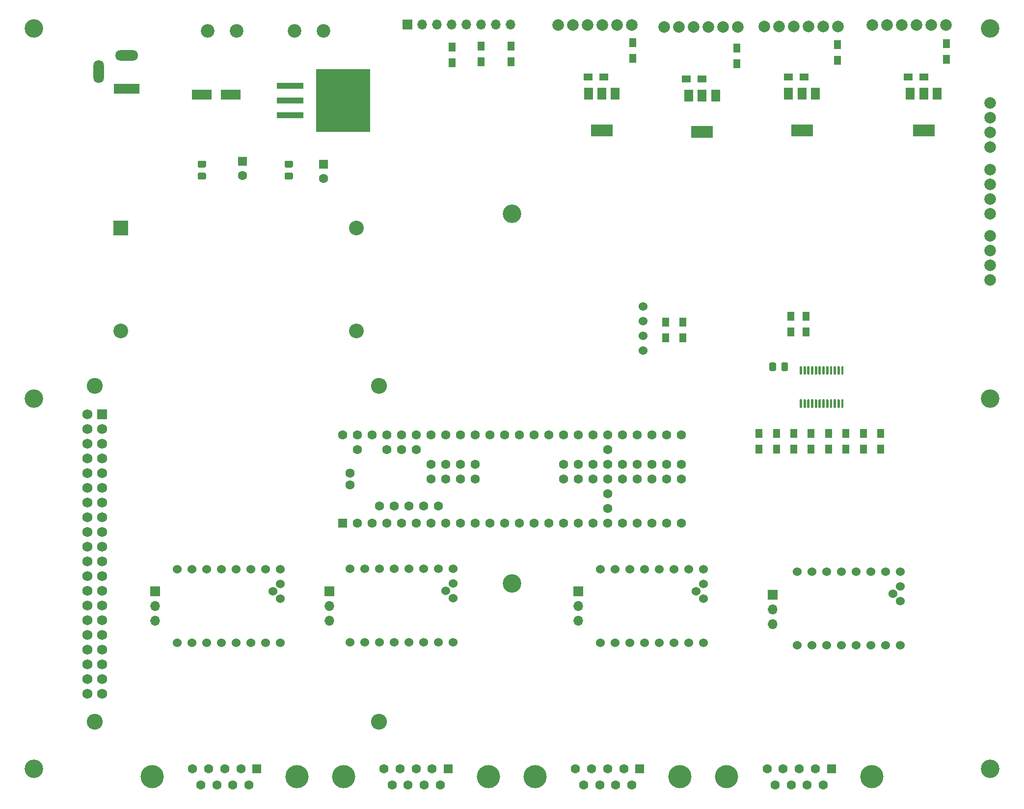
<source format=gbr>
%TF.GenerationSoftware,KiCad,Pcbnew,(5.1.10)-1*%
%TF.CreationDate,2022-10-10T21:05:00+02:00*%
%TF.ProjectId,onstepPi,6f6e7374-6570-4506-992e-6b696361645f,rev?*%
%TF.SameCoordinates,Original*%
%TF.FileFunction,Soldermask,Top*%
%TF.FilePolarity,Negative*%
%FSLAX46Y46*%
G04 Gerber Fmt 4.6, Leading zero omitted, Abs format (unit mm)*
G04 Created by KiCad (PCBNEW (5.1.10)-1) date 2022-10-10 21:05:00*
%MOMM*%
%LPD*%
G01*
G04 APERTURE LIST*
%ADD10C,2.000000*%
%ADD11C,3.200000*%
%ADD12R,1.300000X1.500000*%
%ADD13O,1.700000X1.700000*%
%ADD14R,1.700000X1.700000*%
%ADD15R,4.400000X1.800000*%
%ADD16O,4.000000X1.800000*%
%ADD17O,1.800000X4.000000*%
%ADD18C,1.600000*%
%ADD19R,1.600000X1.600000*%
%ADD20R,2.540000X2.540000*%
%ADD21C,2.540000*%
%ADD22R,9.400000X10.800000*%
%ADD23R,4.600000X1.100000*%
%ADD24R,3.800000X2.000000*%
%ADD25R,1.500000X2.000000*%
%ADD26C,1.524000*%
%ADD27R,1.500000X1.300000*%
%ADD28C,2.350000*%
%ADD29R,3.500000X1.800000*%
%ADD30C,4.000000*%
%ADD31C,1.750000*%
%ADD32R,1.750000X1.750000*%
%ADD33C,2.750000*%
G04 APERTURE END LIST*
D10*
%TO.C,J9*%
X206700000Y-33200000D03*
X204160000Y-33200000D03*
X201620000Y-33200000D03*
X199080000Y-33200000D03*
X196540000Y-33200000D03*
X194000000Y-33200000D03*
%TD*%
%TO.C,J8*%
X225320000Y-33000000D03*
X222780000Y-33000000D03*
X220240000Y-33000000D03*
X217700000Y-33000000D03*
X215160000Y-33000000D03*
X212620000Y-33000000D03*
%TD*%
%TO.C,J7*%
X171180000Y-33000000D03*
X168640000Y-33000000D03*
X166100000Y-33000000D03*
X163560000Y-33000000D03*
X161020000Y-33000000D03*
X158480000Y-33000000D03*
%TD*%
%TO.C,J6*%
X189480000Y-33300000D03*
X186940000Y-33300000D03*
X184400000Y-33300000D03*
X181860000Y-33300000D03*
X179320000Y-33300000D03*
X176780000Y-33300000D03*
%TD*%
D11*
%TO.C,REF\u002A\u002A*%
X233000000Y-33600000D03*
%TD*%
%TO.C,REF\u002A\u002A*%
X68000000Y-33600000D03*
%TD*%
D12*
%TO.C,R16*%
X145200000Y-39350000D03*
X145200000Y-36650000D03*
%TD*%
%TO.C,R15*%
X140200000Y-39500000D03*
X140200000Y-36800000D03*
%TD*%
D13*
%TO.C,J10*%
X150280000Y-32900000D03*
X147740000Y-32900000D03*
X145200000Y-32900000D03*
X142660000Y-32900000D03*
X140120000Y-32900000D03*
X137580000Y-32900000D03*
X135040000Y-32900000D03*
D14*
X132500000Y-32900000D03*
%TD*%
D11*
%TO.C,REF\u002A\u002A*%
X150500000Y-65600000D03*
%TD*%
%TO.C,REF\u002A\u002A*%
X150500000Y-129400000D03*
%TD*%
%TO.C,REF\u002A\u002A*%
X68000000Y-161400000D03*
%TD*%
%TO.C,REF\u002A\u002A*%
X68000000Y-97500000D03*
%TD*%
%TO.C,REF\u002A\u002A*%
X233000000Y-97500000D03*
%TD*%
%TO.C,REF\u002A\u002A*%
X233000000Y-161400000D03*
%TD*%
D13*
%TO.C,JP5*%
X195500000Y-136480000D03*
X195500000Y-133940000D03*
D14*
X195500000Y-131400000D03*
%TD*%
D15*
%TO.C,J5*%
X84000000Y-44000000D03*
D16*
X84000000Y-38200000D03*
D17*
X79200000Y-41000000D03*
%TD*%
D18*
%TO.C,U1*%
X122560000Y-110390000D03*
X122560000Y-112410000D03*
X136530000Y-108860000D03*
X139070000Y-108860000D03*
X141610000Y-108860000D03*
X144150000Y-108860000D03*
X144150000Y-111400000D03*
X141610000Y-111400000D03*
X136530000Y-111400000D03*
X139070000Y-111400000D03*
X159390000Y-111400000D03*
X159390000Y-108860000D03*
X161930000Y-111400000D03*
X161930000Y-108860000D03*
X164470000Y-111400000D03*
X164470000Y-108860000D03*
X179710000Y-111400000D03*
X179710000Y-108860000D03*
X169550000Y-111400000D03*
X172090000Y-111400000D03*
X174630000Y-111400000D03*
X177170000Y-111400000D03*
X177170000Y-108860000D03*
X174630000Y-108860000D03*
X172090000Y-108860000D03*
X169550000Y-108860000D03*
X137800000Y-116020000D03*
X135260000Y-116020000D03*
X132720000Y-116020000D03*
X130180000Y-116020000D03*
X127640000Y-116020000D03*
X133990000Y-106320000D03*
X131450000Y-106320000D03*
X128910000Y-106320000D03*
X123830000Y-106320000D03*
X121290000Y-103780000D03*
X123830000Y-103780000D03*
X126370000Y-103780000D03*
X128910000Y-103780000D03*
X131450000Y-103780000D03*
X133990000Y-103780000D03*
X136530000Y-103780000D03*
X139070000Y-103780000D03*
X141610000Y-103780000D03*
X144150000Y-103780000D03*
X146690000Y-103780000D03*
X149230000Y-103780000D03*
X151770000Y-103780000D03*
X154310000Y-103780000D03*
X156850000Y-103780000D03*
X159390000Y-103780000D03*
D19*
X121290000Y-119020000D03*
D18*
X123830000Y-119020000D03*
X126370000Y-119020000D03*
X128910000Y-119020000D03*
X131450000Y-119020000D03*
X133990000Y-119020000D03*
X136530000Y-119020000D03*
X139070000Y-119020000D03*
X141610000Y-119020000D03*
X144150000Y-119020000D03*
X146690000Y-119020000D03*
X149230000Y-119020000D03*
X151770000Y-119020000D03*
X161930000Y-103780000D03*
X164470000Y-103780000D03*
X167010000Y-103780000D03*
X169550000Y-103780000D03*
X172090000Y-103780000D03*
X174630000Y-103780000D03*
X177170000Y-103780000D03*
X179710000Y-103780000D03*
X167010000Y-106320000D03*
X167010000Y-108860000D03*
X167010000Y-111400000D03*
X167010000Y-113940000D03*
X167010000Y-116480000D03*
X179710000Y-119020000D03*
X177170000Y-119020000D03*
X174630000Y-119020000D03*
X172090000Y-119020000D03*
X154310000Y-119020000D03*
X156850000Y-119020000D03*
X159390000Y-119020000D03*
X169550000Y-119020000D03*
X167010000Y-119020000D03*
X164470000Y-119020000D03*
X161930000Y-119020000D03*
%TD*%
D20*
%TO.C,U4*%
X83000000Y-68000000D03*
D21*
X83000000Y-85780000D03*
X123640000Y-68000000D03*
X123640000Y-85780000D03*
%TD*%
D22*
%TO.C,U12*%
X121375000Y-46000000D03*
D23*
X112225000Y-48540000D03*
X112225000Y-46000000D03*
X112225000Y-43460000D03*
%TD*%
D12*
%TO.C,R23*%
X198600000Y-86000000D03*
X198600000Y-83300000D03*
%TD*%
%TO.C,R22*%
X201200000Y-86000000D03*
X201200000Y-83300000D03*
%TD*%
%TO.C,R21*%
X189300000Y-36950000D03*
X189300000Y-39650000D03*
%TD*%
%TO.C,R20*%
X206600000Y-36400000D03*
X206600000Y-39100000D03*
%TD*%
%TO.C,R19*%
X225400000Y-36200000D03*
X225400000Y-38900000D03*
%TD*%
%TO.C,R18*%
X171300000Y-36000000D03*
X171300000Y-38700000D03*
%TD*%
D10*
%TO.C,J14*%
X233000000Y-69380000D03*
X233000000Y-71920000D03*
X233000000Y-74460000D03*
X233000000Y-77000000D03*
%TD*%
%TO.C,J13*%
X233000000Y-46460000D03*
X233000000Y-49000000D03*
X233000000Y-51540000D03*
X233000000Y-54080000D03*
%TD*%
%TO.C,J12*%
X233000000Y-57920000D03*
X233000000Y-60460000D03*
X233000000Y-63000000D03*
X233000000Y-65540000D03*
%TD*%
D18*
%TO.C,C5*%
X104000000Y-59000000D03*
D19*
X104000000Y-56500000D03*
%TD*%
%TO.C,C4*%
G36*
G01*
X196050000Y-91525000D02*
X196050000Y-92475000D01*
G75*
G02*
X195800000Y-92725000I-250000J0D01*
G01*
X195125000Y-92725000D01*
G75*
G02*
X194875000Y-92475000I0J250000D01*
G01*
X194875000Y-91525000D01*
G75*
G02*
X195125000Y-91275000I250000J0D01*
G01*
X195800000Y-91275000D01*
G75*
G02*
X196050000Y-91525000I0J-250000D01*
G01*
G37*
G36*
G01*
X198125000Y-91525000D02*
X198125000Y-92475000D01*
G75*
G02*
X197875000Y-92725000I-250000J0D01*
G01*
X197200000Y-92725000D01*
G75*
G02*
X196950000Y-92475000I0J250000D01*
G01*
X196950000Y-91525000D01*
G75*
G02*
X197200000Y-91275000I250000J0D01*
G01*
X197875000Y-91275000D01*
G75*
G02*
X198125000Y-91525000I0J-250000D01*
G01*
G37*
%TD*%
D18*
%TO.C,C3*%
X118000000Y-59500000D03*
D19*
X118000000Y-57000000D03*
%TD*%
D24*
%TO.C,U11*%
X183300000Y-51450000D03*
D25*
X183300000Y-45150000D03*
X181000000Y-45150000D03*
X185600000Y-45150000D03*
%TD*%
D24*
%TO.C,U10*%
X221500000Y-51150000D03*
D25*
X221500000Y-44850000D03*
X219200000Y-44850000D03*
X223800000Y-44850000D03*
%TD*%
D24*
%TO.C,U9*%
X200500000Y-51150000D03*
D25*
X200500000Y-44850000D03*
X198200000Y-44850000D03*
X202800000Y-44850000D03*
%TD*%
D24*
%TO.C,U8*%
X166000000Y-51150000D03*
D25*
X166000000Y-44850000D03*
X163700000Y-44850000D03*
X168300000Y-44850000D03*
%TD*%
D26*
%TO.C,RTC1*%
X173100000Y-89240000D03*
X173100000Y-86700000D03*
X173100000Y-84160000D03*
X173100000Y-81620000D03*
%TD*%
D12*
%TO.C,R17*%
X150300000Y-39300000D03*
X150300000Y-36600000D03*
%TD*%
%TO.C,R14*%
X177000000Y-87000000D03*
X177000000Y-84300000D03*
%TD*%
%TO.C,R13*%
X180000000Y-87000000D03*
X180000000Y-84300000D03*
%TD*%
%TO.C,R12*%
X196100000Y-103500000D03*
X196100000Y-106200000D03*
%TD*%
%TO.C,R11*%
X193100000Y-103500000D03*
X193100000Y-106200000D03*
%TD*%
%TO.C,R10*%
X202100000Y-103500000D03*
X202100000Y-106200000D03*
%TD*%
%TO.C,R9*%
X199100000Y-103500000D03*
X199100000Y-106200000D03*
%TD*%
%TO.C,R8*%
X208100000Y-103500000D03*
X208100000Y-106200000D03*
%TD*%
%TO.C,R7*%
X205100000Y-103500000D03*
X205100000Y-106200000D03*
%TD*%
%TO.C,R6*%
X214100000Y-103500000D03*
X214100000Y-106200000D03*
%TD*%
%TO.C,R5*%
X211100000Y-103500000D03*
X211100000Y-106200000D03*
%TD*%
D27*
%TO.C,R4*%
X200850000Y-42000000D03*
X198150000Y-42000000D03*
%TD*%
%TO.C,R3*%
X221500000Y-42000000D03*
X218800000Y-42000000D03*
%TD*%
%TO.C,R2*%
X166350000Y-42000000D03*
X163650000Y-42000000D03*
%TD*%
%TO.C,R1*%
X183300000Y-42300000D03*
X180600000Y-42300000D03*
%TD*%
D28*
%TO.C,F1*%
X118000000Y-34000000D03*
X113000000Y-34000000D03*
X98000000Y-34000000D03*
X103000000Y-34000000D03*
%TD*%
D29*
%TO.C,D1*%
X97000000Y-45000000D03*
X102000000Y-45000000D03*
%TD*%
%TO.C,C2*%
G36*
G01*
X96525000Y-58487500D02*
X97475000Y-58487500D01*
G75*
G02*
X97725000Y-58737500I0J-250000D01*
G01*
X97725000Y-59412500D01*
G75*
G02*
X97475000Y-59662500I-250000J0D01*
G01*
X96525000Y-59662500D01*
G75*
G02*
X96275000Y-59412500I0J250000D01*
G01*
X96275000Y-58737500D01*
G75*
G02*
X96525000Y-58487500I250000J0D01*
G01*
G37*
G36*
G01*
X96525000Y-56412500D02*
X97475000Y-56412500D01*
G75*
G02*
X97725000Y-56662500I0J-250000D01*
G01*
X97725000Y-57337500D01*
G75*
G02*
X97475000Y-57587500I-250000J0D01*
G01*
X96525000Y-57587500D01*
G75*
G02*
X96275000Y-57337500I0J250000D01*
G01*
X96275000Y-56662500D01*
G75*
G02*
X96525000Y-56412500I250000J0D01*
G01*
G37*
%TD*%
%TO.C,C1*%
G36*
G01*
X111525000Y-58487500D02*
X112475000Y-58487500D01*
G75*
G02*
X112725000Y-58737500I0J-250000D01*
G01*
X112725000Y-59412500D01*
G75*
G02*
X112475000Y-59662500I-250000J0D01*
G01*
X111525000Y-59662500D01*
G75*
G02*
X111275000Y-59412500I0J250000D01*
G01*
X111275000Y-58737500D01*
G75*
G02*
X111525000Y-58487500I250000J0D01*
G01*
G37*
G36*
G01*
X111525000Y-56412500D02*
X112475000Y-56412500D01*
G75*
G02*
X112725000Y-56662500I0J-250000D01*
G01*
X112725000Y-57337500D01*
G75*
G02*
X112475000Y-57587500I-250000J0D01*
G01*
X111525000Y-57587500D01*
G75*
G02*
X111275000Y-57337500I0J250000D01*
G01*
X111275000Y-56662500D01*
G75*
G02*
X111525000Y-56412500I250000J0D01*
G01*
G37*
%TD*%
D13*
%TO.C,JP3*%
X161952000Y-135860000D03*
X161952000Y-133320000D03*
D14*
X161952000Y-130780000D03*
%TD*%
D13*
%TO.C,JP2*%
X119000000Y-135840000D03*
X119000000Y-133300000D03*
D14*
X119000000Y-130760000D03*
%TD*%
D13*
%TO.C,JP1*%
X88912000Y-135860000D03*
X88912000Y-133320000D03*
D14*
X88912000Y-130780000D03*
%TD*%
D26*
%TO.C,U7*%
X216230000Y-131210000D03*
X217500000Y-132480000D03*
X217500000Y-129940000D03*
X199720000Y-140100000D03*
X202260000Y-140100000D03*
X204800000Y-140100000D03*
X207340000Y-140100000D03*
X209880000Y-140100000D03*
X212420000Y-140100000D03*
X214960000Y-140100000D03*
X217500000Y-140100000D03*
X199720000Y-127400000D03*
X202260000Y-127400000D03*
X204800000Y-127400000D03*
X207340000Y-127400000D03*
X209880000Y-127400000D03*
X212420000Y-127400000D03*
X214960000Y-127400000D03*
X217500000Y-127400000D03*
%TD*%
%TO.C,U6*%
X182272000Y-130780000D03*
X183542000Y-132050000D03*
X183542000Y-129510000D03*
X165762000Y-139670000D03*
X168302000Y-139670000D03*
X170842000Y-139670000D03*
X173382000Y-139670000D03*
X175922000Y-139670000D03*
X178462000Y-139670000D03*
X181002000Y-139670000D03*
X183542000Y-139670000D03*
X165762000Y-126970000D03*
X168302000Y-126970000D03*
X170842000Y-126970000D03*
X173382000Y-126970000D03*
X175922000Y-126970000D03*
X178462000Y-126970000D03*
X181002000Y-126970000D03*
X183542000Y-126970000D03*
%TD*%
%TO.C,U5*%
X139030000Y-130710000D03*
X140300000Y-131980000D03*
X140300000Y-129440000D03*
X122520000Y-139600000D03*
X125060000Y-139600000D03*
X127600000Y-139600000D03*
X130140000Y-139600000D03*
X132680000Y-139600000D03*
X135220000Y-139600000D03*
X137760000Y-139600000D03*
X140300000Y-139600000D03*
X122520000Y-126900000D03*
X125060000Y-126900000D03*
X127600000Y-126900000D03*
X130140000Y-126900000D03*
X132680000Y-126900000D03*
X135220000Y-126900000D03*
X137760000Y-126900000D03*
X140300000Y-126900000D03*
%TD*%
D30*
%TO.C,J4*%
X212540000Y-162820000D03*
X187540000Y-162820000D03*
D18*
X195885000Y-164240000D03*
X198655000Y-164240000D03*
X201425000Y-164240000D03*
X204195000Y-164240000D03*
X194500000Y-161400000D03*
X197270000Y-161400000D03*
X200040000Y-161400000D03*
X202810000Y-161400000D03*
D19*
X205580000Y-161400000D03*
%TD*%
D30*
%TO.C,J3*%
X179500000Y-162820000D03*
X154500000Y-162820000D03*
D18*
X162845000Y-164240000D03*
X165615000Y-164240000D03*
X168385000Y-164240000D03*
X171155000Y-164240000D03*
X161460000Y-161400000D03*
X164230000Y-161400000D03*
X167000000Y-161400000D03*
X169770000Y-161400000D03*
D19*
X172540000Y-161400000D03*
%TD*%
D30*
%TO.C,J2*%
X146460000Y-162820000D03*
X121460000Y-162820000D03*
D18*
X129805000Y-164240000D03*
X132575000Y-164240000D03*
X135345000Y-164240000D03*
X138115000Y-164240000D03*
X128420000Y-161400000D03*
X131190000Y-161400000D03*
X133960000Y-161400000D03*
X136730000Y-161400000D03*
D19*
X139500000Y-161400000D03*
%TD*%
D26*
%TO.C,U3*%
X109232000Y-130780000D03*
X110502000Y-132050000D03*
X110502000Y-129510000D03*
X92722000Y-139670000D03*
X95262000Y-139670000D03*
X97802000Y-139670000D03*
X100342000Y-139670000D03*
X102882000Y-139670000D03*
X105422000Y-139670000D03*
X107962000Y-139670000D03*
X110502000Y-139670000D03*
X92722000Y-126970000D03*
X95262000Y-126970000D03*
X97802000Y-126970000D03*
X100342000Y-126970000D03*
X102882000Y-126970000D03*
X105422000Y-126970000D03*
X107962000Y-126970000D03*
X110502000Y-126970000D03*
%TD*%
%TO.C,U2*%
G36*
G01*
X200425000Y-93375000D02*
X200225000Y-93375000D01*
G75*
G02*
X200125000Y-93275000I0J100000D01*
G01*
X200125000Y-92000000D01*
G75*
G02*
X200225000Y-91900000I100000J0D01*
G01*
X200425000Y-91900000D01*
G75*
G02*
X200525000Y-92000000I0J-100000D01*
G01*
X200525000Y-93275000D01*
G75*
G02*
X200425000Y-93375000I-100000J0D01*
G01*
G37*
G36*
G01*
X201075000Y-93375000D02*
X200875000Y-93375000D01*
G75*
G02*
X200775000Y-93275000I0J100000D01*
G01*
X200775000Y-92000000D01*
G75*
G02*
X200875000Y-91900000I100000J0D01*
G01*
X201075000Y-91900000D01*
G75*
G02*
X201175000Y-92000000I0J-100000D01*
G01*
X201175000Y-93275000D01*
G75*
G02*
X201075000Y-93375000I-100000J0D01*
G01*
G37*
G36*
G01*
X201725000Y-93375000D02*
X201525000Y-93375000D01*
G75*
G02*
X201425000Y-93275000I0J100000D01*
G01*
X201425000Y-92000000D01*
G75*
G02*
X201525000Y-91900000I100000J0D01*
G01*
X201725000Y-91900000D01*
G75*
G02*
X201825000Y-92000000I0J-100000D01*
G01*
X201825000Y-93275000D01*
G75*
G02*
X201725000Y-93375000I-100000J0D01*
G01*
G37*
G36*
G01*
X202375000Y-93375000D02*
X202175000Y-93375000D01*
G75*
G02*
X202075000Y-93275000I0J100000D01*
G01*
X202075000Y-92000000D01*
G75*
G02*
X202175000Y-91900000I100000J0D01*
G01*
X202375000Y-91900000D01*
G75*
G02*
X202475000Y-92000000I0J-100000D01*
G01*
X202475000Y-93275000D01*
G75*
G02*
X202375000Y-93375000I-100000J0D01*
G01*
G37*
G36*
G01*
X203025000Y-93375000D02*
X202825000Y-93375000D01*
G75*
G02*
X202725000Y-93275000I0J100000D01*
G01*
X202725000Y-92000000D01*
G75*
G02*
X202825000Y-91900000I100000J0D01*
G01*
X203025000Y-91900000D01*
G75*
G02*
X203125000Y-92000000I0J-100000D01*
G01*
X203125000Y-93275000D01*
G75*
G02*
X203025000Y-93375000I-100000J0D01*
G01*
G37*
G36*
G01*
X203675000Y-93375000D02*
X203475000Y-93375000D01*
G75*
G02*
X203375000Y-93275000I0J100000D01*
G01*
X203375000Y-92000000D01*
G75*
G02*
X203475000Y-91900000I100000J0D01*
G01*
X203675000Y-91900000D01*
G75*
G02*
X203775000Y-92000000I0J-100000D01*
G01*
X203775000Y-93275000D01*
G75*
G02*
X203675000Y-93375000I-100000J0D01*
G01*
G37*
G36*
G01*
X204325000Y-93375000D02*
X204125000Y-93375000D01*
G75*
G02*
X204025000Y-93275000I0J100000D01*
G01*
X204025000Y-92000000D01*
G75*
G02*
X204125000Y-91900000I100000J0D01*
G01*
X204325000Y-91900000D01*
G75*
G02*
X204425000Y-92000000I0J-100000D01*
G01*
X204425000Y-93275000D01*
G75*
G02*
X204325000Y-93375000I-100000J0D01*
G01*
G37*
G36*
G01*
X204975000Y-93375000D02*
X204775000Y-93375000D01*
G75*
G02*
X204675000Y-93275000I0J100000D01*
G01*
X204675000Y-92000000D01*
G75*
G02*
X204775000Y-91900000I100000J0D01*
G01*
X204975000Y-91900000D01*
G75*
G02*
X205075000Y-92000000I0J-100000D01*
G01*
X205075000Y-93275000D01*
G75*
G02*
X204975000Y-93375000I-100000J0D01*
G01*
G37*
G36*
G01*
X205625000Y-93375000D02*
X205425000Y-93375000D01*
G75*
G02*
X205325000Y-93275000I0J100000D01*
G01*
X205325000Y-92000000D01*
G75*
G02*
X205425000Y-91900000I100000J0D01*
G01*
X205625000Y-91900000D01*
G75*
G02*
X205725000Y-92000000I0J-100000D01*
G01*
X205725000Y-93275000D01*
G75*
G02*
X205625000Y-93375000I-100000J0D01*
G01*
G37*
G36*
G01*
X206275000Y-93375000D02*
X206075000Y-93375000D01*
G75*
G02*
X205975000Y-93275000I0J100000D01*
G01*
X205975000Y-92000000D01*
G75*
G02*
X206075000Y-91900000I100000J0D01*
G01*
X206275000Y-91900000D01*
G75*
G02*
X206375000Y-92000000I0J-100000D01*
G01*
X206375000Y-93275000D01*
G75*
G02*
X206275000Y-93375000I-100000J0D01*
G01*
G37*
G36*
G01*
X206925000Y-93375000D02*
X206725000Y-93375000D01*
G75*
G02*
X206625000Y-93275000I0J100000D01*
G01*
X206625000Y-92000000D01*
G75*
G02*
X206725000Y-91900000I100000J0D01*
G01*
X206925000Y-91900000D01*
G75*
G02*
X207025000Y-92000000I0J-100000D01*
G01*
X207025000Y-93275000D01*
G75*
G02*
X206925000Y-93375000I-100000J0D01*
G01*
G37*
G36*
G01*
X207575000Y-93375000D02*
X207375000Y-93375000D01*
G75*
G02*
X207275000Y-93275000I0J100000D01*
G01*
X207275000Y-92000000D01*
G75*
G02*
X207375000Y-91900000I100000J0D01*
G01*
X207575000Y-91900000D01*
G75*
G02*
X207675000Y-92000000I0J-100000D01*
G01*
X207675000Y-93275000D01*
G75*
G02*
X207575000Y-93375000I-100000J0D01*
G01*
G37*
G36*
G01*
X207575000Y-99100000D02*
X207375000Y-99100000D01*
G75*
G02*
X207275000Y-99000000I0J100000D01*
G01*
X207275000Y-97725000D01*
G75*
G02*
X207375000Y-97625000I100000J0D01*
G01*
X207575000Y-97625000D01*
G75*
G02*
X207675000Y-97725000I0J-100000D01*
G01*
X207675000Y-99000000D01*
G75*
G02*
X207575000Y-99100000I-100000J0D01*
G01*
G37*
G36*
G01*
X206925000Y-99100000D02*
X206725000Y-99100000D01*
G75*
G02*
X206625000Y-99000000I0J100000D01*
G01*
X206625000Y-97725000D01*
G75*
G02*
X206725000Y-97625000I100000J0D01*
G01*
X206925000Y-97625000D01*
G75*
G02*
X207025000Y-97725000I0J-100000D01*
G01*
X207025000Y-99000000D01*
G75*
G02*
X206925000Y-99100000I-100000J0D01*
G01*
G37*
G36*
G01*
X206275000Y-99100000D02*
X206075000Y-99100000D01*
G75*
G02*
X205975000Y-99000000I0J100000D01*
G01*
X205975000Y-97725000D01*
G75*
G02*
X206075000Y-97625000I100000J0D01*
G01*
X206275000Y-97625000D01*
G75*
G02*
X206375000Y-97725000I0J-100000D01*
G01*
X206375000Y-99000000D01*
G75*
G02*
X206275000Y-99100000I-100000J0D01*
G01*
G37*
G36*
G01*
X205625000Y-99100000D02*
X205425000Y-99100000D01*
G75*
G02*
X205325000Y-99000000I0J100000D01*
G01*
X205325000Y-97725000D01*
G75*
G02*
X205425000Y-97625000I100000J0D01*
G01*
X205625000Y-97625000D01*
G75*
G02*
X205725000Y-97725000I0J-100000D01*
G01*
X205725000Y-99000000D01*
G75*
G02*
X205625000Y-99100000I-100000J0D01*
G01*
G37*
G36*
G01*
X204975000Y-99100000D02*
X204775000Y-99100000D01*
G75*
G02*
X204675000Y-99000000I0J100000D01*
G01*
X204675000Y-97725000D01*
G75*
G02*
X204775000Y-97625000I100000J0D01*
G01*
X204975000Y-97625000D01*
G75*
G02*
X205075000Y-97725000I0J-100000D01*
G01*
X205075000Y-99000000D01*
G75*
G02*
X204975000Y-99100000I-100000J0D01*
G01*
G37*
G36*
G01*
X204325000Y-99100000D02*
X204125000Y-99100000D01*
G75*
G02*
X204025000Y-99000000I0J100000D01*
G01*
X204025000Y-97725000D01*
G75*
G02*
X204125000Y-97625000I100000J0D01*
G01*
X204325000Y-97625000D01*
G75*
G02*
X204425000Y-97725000I0J-100000D01*
G01*
X204425000Y-99000000D01*
G75*
G02*
X204325000Y-99100000I-100000J0D01*
G01*
G37*
G36*
G01*
X203675000Y-99100000D02*
X203475000Y-99100000D01*
G75*
G02*
X203375000Y-99000000I0J100000D01*
G01*
X203375000Y-97725000D01*
G75*
G02*
X203475000Y-97625000I100000J0D01*
G01*
X203675000Y-97625000D01*
G75*
G02*
X203775000Y-97725000I0J-100000D01*
G01*
X203775000Y-99000000D01*
G75*
G02*
X203675000Y-99100000I-100000J0D01*
G01*
G37*
G36*
G01*
X203025000Y-99100000D02*
X202825000Y-99100000D01*
G75*
G02*
X202725000Y-99000000I0J100000D01*
G01*
X202725000Y-97725000D01*
G75*
G02*
X202825000Y-97625000I100000J0D01*
G01*
X203025000Y-97625000D01*
G75*
G02*
X203125000Y-97725000I0J-100000D01*
G01*
X203125000Y-99000000D01*
G75*
G02*
X203025000Y-99100000I-100000J0D01*
G01*
G37*
G36*
G01*
X202375000Y-99100000D02*
X202175000Y-99100000D01*
G75*
G02*
X202075000Y-99000000I0J100000D01*
G01*
X202075000Y-97725000D01*
G75*
G02*
X202175000Y-97625000I100000J0D01*
G01*
X202375000Y-97625000D01*
G75*
G02*
X202475000Y-97725000I0J-100000D01*
G01*
X202475000Y-99000000D01*
G75*
G02*
X202375000Y-99100000I-100000J0D01*
G01*
G37*
G36*
G01*
X201725000Y-99100000D02*
X201525000Y-99100000D01*
G75*
G02*
X201425000Y-99000000I0J100000D01*
G01*
X201425000Y-97725000D01*
G75*
G02*
X201525000Y-97625000I100000J0D01*
G01*
X201725000Y-97625000D01*
G75*
G02*
X201825000Y-97725000I0J-100000D01*
G01*
X201825000Y-99000000D01*
G75*
G02*
X201725000Y-99100000I-100000J0D01*
G01*
G37*
G36*
G01*
X201075000Y-99100000D02*
X200875000Y-99100000D01*
G75*
G02*
X200775000Y-99000000I0J100000D01*
G01*
X200775000Y-97725000D01*
G75*
G02*
X200875000Y-97625000I100000J0D01*
G01*
X201075000Y-97625000D01*
G75*
G02*
X201175000Y-97725000I0J-100000D01*
G01*
X201175000Y-99000000D01*
G75*
G02*
X201075000Y-99100000I-100000J0D01*
G01*
G37*
G36*
G01*
X200425000Y-99100000D02*
X200225000Y-99100000D01*
G75*
G02*
X200125000Y-99000000I0J100000D01*
G01*
X200125000Y-97725000D01*
G75*
G02*
X200225000Y-97625000I100000J0D01*
G01*
X200425000Y-97625000D01*
G75*
G02*
X200525000Y-97725000I0J-100000D01*
G01*
X200525000Y-99000000D01*
G75*
G02*
X200425000Y-99100000I-100000J0D01*
G01*
G37*
%TD*%
D31*
%TO.C,RP1*%
X79800000Y-133200000D03*
X77260000Y-133200000D03*
X79800000Y-135740000D03*
X77260000Y-135740000D03*
X77260000Y-128120000D03*
X79800000Y-128120000D03*
D32*
X79800000Y-100180000D03*
D31*
X77260000Y-100180000D03*
X79800000Y-102720000D03*
X77260000Y-102720000D03*
X79800000Y-105260000D03*
X77260000Y-105260000D03*
X79800000Y-107800000D03*
X77260000Y-107800000D03*
X79800000Y-110340000D03*
X77260000Y-110340000D03*
X79800000Y-112880000D03*
X77260000Y-112880000D03*
X79800000Y-115420000D03*
X77260000Y-115420000D03*
X79800000Y-117960000D03*
X77260000Y-117960000D03*
X79800000Y-120500000D03*
X77260000Y-120500000D03*
X79800000Y-123040000D03*
X77260000Y-123040000D03*
X79800000Y-125580000D03*
X77260000Y-125580000D03*
X79800000Y-130660000D03*
X77260000Y-130660000D03*
X77260000Y-138280000D03*
X79800000Y-138280000D03*
X77260000Y-140820000D03*
X79800000Y-140820000D03*
X77260000Y-143360000D03*
X79800000Y-143360000D03*
X77260000Y-145900000D03*
X79800000Y-145900000D03*
X77260000Y-148440000D03*
X79800000Y-148440000D03*
D33*
X78530000Y-95310000D03*
X78530000Y-153310000D03*
X127530000Y-95310000D03*
X127530000Y-153310000D03*
%TD*%
D30*
%TO.C,J1*%
X113460000Y-162820000D03*
X88460000Y-162820000D03*
D18*
X96805000Y-164240000D03*
X99575000Y-164240000D03*
X102345000Y-164240000D03*
X105115000Y-164240000D03*
X95420000Y-161400000D03*
X98190000Y-161400000D03*
X100960000Y-161400000D03*
X103730000Y-161400000D03*
D19*
X106500000Y-161400000D03*
%TD*%
M02*

</source>
